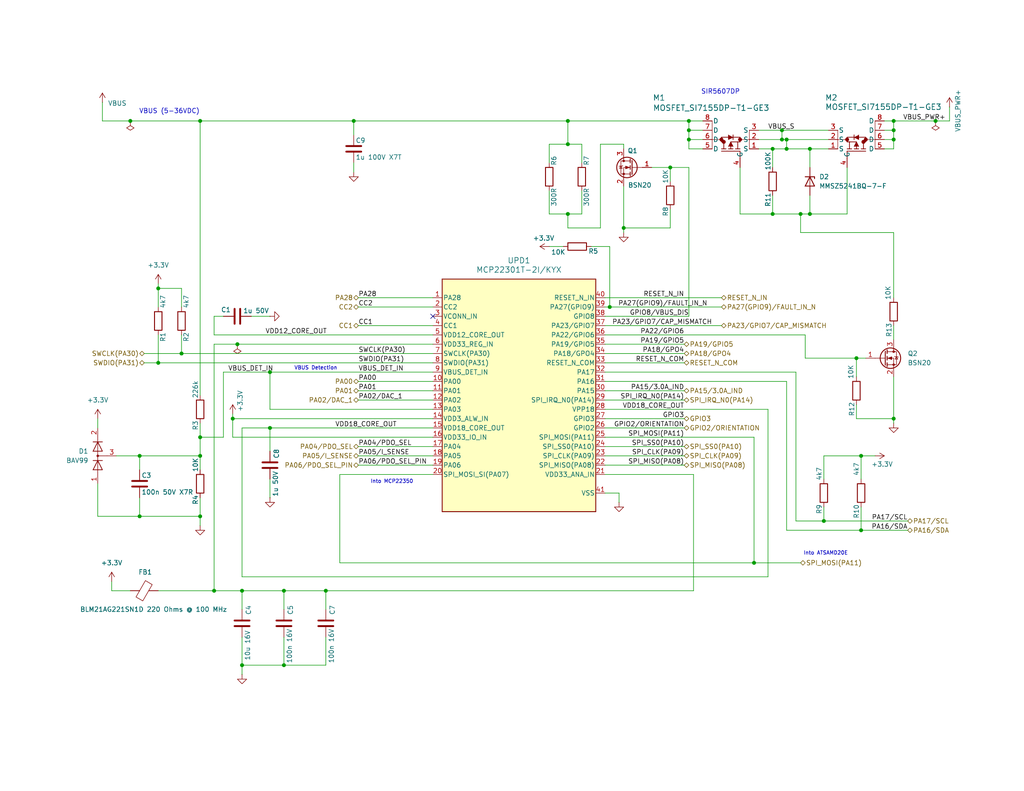
<source format=kicad_sch>
(kicad_sch (version 20231120) (generator "eeschema") (generator_version "8.0")
  (paper "USLetter")
  (title_block (title "USBPD_Board") (date "2025-10-28") (rev "A") (company "Peter Hancak"))
  (lib_symbols
    (symbol "Device:C" (pin_numbers hide) (pin_names (offset 0.254))
      (property "Reference" "C" (at 0.635 2.54 0))
      (property "Value" "C" (at 0.635 -2.54 0))
      (symbol "C_0_1"
        (polyline (pts (xy -2.032 -0.762) (xy 2.032 -0.762)) (stroke (width 0.508)))
        (polyline (pts (xy -2.032 0.762) (xy 2.032 0.762)) (stroke (width 0.508)))
      )
      (symbol "C_1_1"
        (pin passive line (at 0 3.81 270) (length 2.794) (name "~") (number "1"))
        (pin passive line (at 0 -3.81 90) (length 2.794) (name "~") (number "2"))
      )
    )
    (symbol "Device:D_Zener" (pin_numbers hide) (pin_names (offset 1.016) hide)
      (property "Reference" "D" (at 0 2.54 0))
      (property "Value" "D_Zener" (at 0 -2.54 0))
      (symbol "D_Zener_0_1"
        (polyline (pts (xy 1.27 0) (xy -1.27 0)))
        (polyline (pts (xy -1.27 -1.27) (xy -1.27 1.27) (xy -0.762 1.27)) (stroke (width 0.254)))
        (polyline (pts (xy 1.27 -1.27) (xy 1.27 1.27) (xy -1.27 0) (xy 1.27 -1.27)) (stroke (width 0.254)))
      )
      (symbol "D_Zener_1_1"
        (pin passive line (at -3.81 0 0) (length 2.54) (name "K") (number "1"))
        (pin passive line (at 3.81 0 180) (length 2.54) (name "A") (number "2"))
      )
    )
    (symbol "Device:FerriteBead" (pin_numbers hide) (pin_names (offset 0))
      (property "Reference" "FB" (at -3.81 0.635 90))
      (property "Value" "FerriteBead" (at 3.81 0 90))
      (symbol "FerriteBead_0_1"
        (polyline (pts (xy 0 -1.27) (xy 0 -1.2192)))
        (polyline (pts (xy 0 1.27) (xy 0 1.2954)))
        (polyline (pts (xy -2.7686 0.4064) (xy -1.7018 2.2606) (xy 2.7686 -0.3048) (xy 1.6764 -2.159) (xy -2.7686 0.4064)))
      )
      (symbol "FerriteBead_1_1"
        (pin passive line (at 0 3.81 270) (length 2.54) (name "~") (number "1"))
        (pin passive line (at 0 -3.81 90) (length 2.54) (name "~") (number "2"))
      )
    )
    (symbol "Device:R" (pin_numbers hide) (pin_names (offset 0))
      (property "Reference" "R" (at 2.032 0 90))
      (property "Value" "R" (at 0 0 90))
      (symbol "R_0_1"
        (rectangle (start -1.016 -2.54) (end 1.016 2.54) (stroke (width 0.254)))
      )
      (symbol "R_1_1"
        (pin passive line (at 0 3.81 270) (length 1.27) (name "~") (number "1"))
        (pin passive line (at 0 -3.81 90) (length 1.27) (name "~") (number "2"))
      )
    )
    (symbol "Diode:BAV99" (pin_names hide)
      (property "Reference" "D" (at 0 5.08 0))
      (property "Value" "BAV99" (at 0 2.54 0))
      (symbol "BAV99_0_1"
        (polyline (pts (xy -5.08 0) (xy 5.08 0)))
      )
      (symbol "BAV99_1_1"
        (polyline (pts (xy 0 0) (xy 0 -2.54)))
        (polyline (pts (xy -1.27 -1.27) (xy -1.27 1.27) (xy -1.27 1.27)) (stroke (width 0.2032)))
        (polyline (pts (xy 3.81 1.27) (xy 3.81 -1.27) (xy 3.81 -1.27)) (stroke (width 0.2032)))
        (polyline (pts (xy -3.81 1.27) (xy -1.27 0) (xy -3.81 -1.27) (xy -3.81 1.27) (xy -3.81 1.27) (xy -3.81 1.27)) (stroke (width 0.2032)))
        (polyline (pts (xy 1.27 1.27) (xy 3.81 0) (xy 1.27 -1.27) (xy 1.27 1.27) (xy 1.27 1.27) (xy 1.27 1.27)) (stroke (width 0.2032)))
        (circle (center 0 0) (radius 0.254) (fill (type outline)))
        (pin passive line (at -7.62 0 0) (length 2.54) (name "K") (number "1"))
        (pin passive line (at 7.62 0 180) (length 2.54) (name "A") (number "2"))
        (pin passive line (at 0 -5.08 90) (length 2.54) (name "K") (number "3"))
      )
    )
    (symbol "Personal_Projects:MOSFET_SI7155DP-T1-GE3" (pin_names (offset 0.254))
      (property "Reference" "M" (at 15.748 3.81 0))
      (property "Value" "MOSFET_SI7155DP-T1-GE3" (at 30.734 1.524 0))
      (symbol "MOSFET_SI7155DP-T1-GE3_0_1"
        (polyline (pts (xy 2.54 -5.08) (xy 4.445 -5.08)) (stroke (width 0.2032)))
        (polyline (pts (xy 4.445 0) (xy 4.445 -5.08)) (stroke (width 0.2032)))
        (polyline (pts (xy 5.08 -7.62) (xy 10.16 -7.62)) (stroke (width 0.127)))
        (polyline (pts (xy 5.08 -4.445) (xy 6.985 -4.445)) (stroke (width 0.2032)))
        (polyline (pts (xy 5.08 -3.81) (xy 5.08 -5.08)) (stroke (width 0.2032)))
        (polyline (pts (xy 5.08 -1.905) (xy 5.08 -3.175)) (stroke (width 0.2032)))
        (polyline (pts (xy 5.08 -0.635) (xy 6.985 -0.635)) (stroke (width 0.2032)))
        (polyline (pts (xy 5.08 0) (xy 5.08 -1.27)) (stroke (width 0.2032)))
        (polyline (pts (xy 5.08 2.54) (xy 12.7 2.54)) (stroke (width 0.127)))
        (polyline (pts (xy 5.715 -2.54) (xy 5.08 -2.54)) (stroke (width 0.2032)))
        (polyline (pts (xy 6.985 -5.08) (xy 8.255 -5.08)) (stroke (width 0.2032)))
        (polyline (pts (xy 6.985 -4.445) (xy 6.985 -5.08)) (stroke (width 0.2032)))
        (polyline (pts (xy 6.985 -4.445) (xy 6.985 -2.54)) (stroke (width 0.2032)))
        (polyline (pts (xy 6.985 0) (xy 8.255 0)) (stroke (width 0.2032)))
        (polyline (pts (xy 7.0104 -0.635) (xy 6.985 0)) (stroke (width 0.127)))
        (polyline (pts (xy 7.62 -7.62) (xy 7.62 -5.08)) (stroke (width 0.127)))
        (polyline (pts (xy 7.62 2.54) (xy 7.6454 0)) (stroke (width 0.127)))
        (polyline (pts (xy 8.255 -3.175) (xy 8.255 -5.08)) (stroke (width 0.2032)))
        (polyline (pts (xy 8.255 0) (xy 8.255 -1.905)) (stroke (width 0.2032)))
        (polyline (pts (xy 8.89 -3.175) (xy 7.62 -3.175)) (stroke (width 0.2032)))
        (polyline (pts (xy 5.715 -3.175) (xy 6.985 -2.54) (xy 5.715 -1.905)) (fill (type outline)))
        (polyline (pts (xy 8.89 -1.905) (xy 7.62 -1.905) (xy 8.255 -3.175)) (fill (type outline)))
        (circle (center 6.985 -0.635) (radius 0.0254) (stroke (width 0.508)))
        (circle (center 7.62 -5.08) (radius 0.0254) (stroke (width 0.508)))
        (circle (center 7.62 0) (radius 0.0254) (stroke (width 0.508)))
        (pin passive line (at 5.08 -10.16 90) (length 2.54) (name "S") (number "1"))
        (pin passive line (at 7.62 -10.16 90) (length 2.54) (name "S") (number "2"))
        (pin passive line (at 10.16 -10.16 90) (length 2.54) (name "S") (number "3"))
        (pin passive line (at 0 -5.08 0) (length 2.54) (name "G") (number "4"))
        (pin passive line (at 5.08 5.08 270) (length 2.54) (name "D") (number "5"))
        (pin passive line (at 7.62 5.08 270) (length 2.54) (name "D") (number "6"))
        (pin passive line (at 10.16 5.08 270) (length 2.54) (name "D") (number "7"))
        (pin passive line (at 12.7 5.08 270) (length 2.54) (name "D") (number "8"))
      )
    )
    (symbol "Personal_Projects:USB_PD_MCP22301T-2I_KYX" (pin_names (offset 0.254))
      (property "Reference" "UPD" (at 46.99 10.16 0))
      (property "Value" "MCP22301T-2I/KYX" (at 55.88 7.62 0))
      (symbol "USB_PD_MCP22301T-2I_KYX_0_1"
        (rectangle (start 2.54 5.08) (end 44.45 -58.42) (stroke (width 0.254)) (fill (type background)))
        (pin bidirectional line (at 0 0 0) (length 2.54) (name "PA28") (number "1"))
        (pin bidirectional line (at 0 -22.86 0) (length 2.54) (name "PA00") (number "10"))
        (pin bidirectional line (at 0 -25.4 0) (length 2.54) (name "PA01") (number "11"))
        (pin bidirectional line (at 0 -27.94 0) (length 2.54) (name "PA02") (number "12"))
        (pin bidirectional line (at 0 -30.48 0) (length 2.54) (name "PA03") (number "13"))
        (pin power_in line (at 0 -33.02 0) (length 2.54) (name "VDD3_ALW_IN") (number "14"))
        (pin power_out line (at 0 -35.56 0) (length 2.54) (name "VDD18_CORE_OUT") (number "15"))
        (pin power_in line (at 0 -38.1 0) (length 2.54) (name "VDD33_IO_IN") (number "16"))
        (pin bidirectional line (at 0 -40.64 0) (length 2.54) (name "PA04") (number "17"))
        (pin bidirectional line (at 0 -43.18 0) (length 2.54) (name "PA05") (number "18"))
        (pin bidirectional line (at 0 -45.72 0) (length 2.54) (name "PA06") (number "19"))
        (pin passive line (at 0 -2.54 0) (length 2.54) (name "CC2") (number "2"))
        (pin bidirectional line (at 0 -48.26 0) (length 2.54) (name "SPI_MOSI_SI(PA07)") (number "20"))
        (pin power_in line (at 46.99 -48.26 180) (length 2.54) (name "VDD33_ANA_IN") (number "21"))
        (pin bidirectional line (at 46.99 -45.72 180) (length 2.54) (name "SPI_MISO(PA08)") (number "22"))
        (pin bidirectional line (at 46.99 -43.18 180) (length 2.54) (name "SPI_CLK(PA09)") (number "23"))
        (pin bidirectional line (at 46.99 -40.64 180) (length 2.54) (name "SPI_SS0(PA10)") (number "24"))
        (pin bidirectional line (at 46.99 -38.1 180) (length 2.54) (name "SPI_MOSI(PA11)") (number "25"))
        (pin bidirectional line (at 46.99 -35.56 180) (length 2.54) (name "GPIO2") (number "26"))
        (pin bidirectional line (at 46.99 -33.02 180) (length 2.54) (name "GPIO3") (number "27"))
        (pin power_in line (at 46.99 -30.48 180) (length 2.54) (name "VPP18") (number "28"))
        (pin bidirectional line (at 46.99 -27.94 180) (length 2.54) (name "SPI_IRQ_N0(PA14)") (number "29"))
        (pin power_in line (at 0 -5.08 0) (length 2.54) (name "VCONN_IN") (number "3"))
        (pin bidirectional line (at 46.99 -25.4 180) (length 2.54) (name "PA15") (number "30"))
        (pin bidirectional line (at 46.99 -22.86 180) (length 2.54) (name "PA16") (number "31"))
        (pin bidirectional line (at 46.99 -20.32 180) (length 2.54) (name "PA17") (number "32"))
        (pin input line (at 46.99 -17.78 180) (length 2.54) (name "RESET_N_COM") (number "33"))
        (pin bidirectional line (at 46.99 -15.24 180) (length 2.54) (name "PA18/GPO4") (number "34"))
        (pin bidirectional line (at 46.99 -12.7 180) (length 2.54) (name "PA19/GPIO5") (number "35"))
        (pin bidirectional line (at 46.99 -10.16 180) (length 2.54) (name "PA22/GPIO6") (number "36"))
        (pin bidirectional line (at 46.99 -7.62 180) (length 2.54) (name "PA23/GPIO7") (number "37"))
        (pin bidirectional line (at 46.99 -5.08 180) (length 2.54) (name "GPIO8") (number "38"))
        (pin bidirectional line (at 46.99 -2.54 180) (length 2.54) (name "PA27(GPIO9)") (number "39"))
        (pin passive line (at 0 -7.62 0) (length 2.54) (name "CC1") (number "4"))
        (pin input line (at 46.99 0 180) (length 2.54) (name "RESET_N_IN") (number "40"))
        (pin power_out line (at 46.99 -53.34 180) (length 2.54) (name "VSS") (number "41"))
        (pin power_out line (at 0 -10.16 0) (length 2.54) (name "VDD12_CORE_OUT") (number "5"))
        (pin power_in line (at 0 -12.7 0) (length 2.54) (name "VDD33_REG_IN") (number "6"))
        (pin bidirectional line (at 0 -15.24 0) (length 2.54) (name "SWCLK(PA30)") (number "7"))
        (pin bidirectional line (at 0 -17.78 0) (length 2.54) (name "SWDIO(PA31)") (number "8"))
        (pin passive line (at 0 -20.32 0) (length 2.54) (name "VBUS_DET_IN") (number "9"))
      )
    )
    (symbol "Transistor_FET:BSN20" (pin_names hide)
      (property "Reference" "Q" (at 5.08 1.905 0))
      (property "Value" "BSN20" (at 5.08 0 0))
      (symbol "BSN20_0_1"
        (polyline (pts (xy 0.254 0) (xy -2.54 0)))
        (polyline (pts (xy 0.254 1.905) (xy 0.254 -1.905)) (stroke (width 0.254)))
        (polyline (pts (xy 0.762 -1.27) (xy 0.762 -2.286)) (stroke (width 0.254)))
        (polyline (pts (xy 0.762 0.508) (xy 0.762 -0.508)) (stroke (width 0.254)))
        (polyline (pts (xy 0.762 2.286) (xy 0.762 1.27)) (stroke (width 0.254)))
        (polyline (pts (xy 2.54 2.54) (xy 2.54 1.778)))
        (polyline (pts (xy 2.54 -2.54) (xy 2.54 0) (xy 0.762 0)))
        (polyline (pts (xy 0.762 -1.778) (xy 3.302 -1.778) (xy 3.302 1.778) (xy 0.762 1.778)))
        (polyline (pts (xy 1.016 0) (xy 2.032 0.381) (xy 2.032 -0.381) (xy 1.016 0)) (fill (type outline)))
        (polyline (pts (xy 2.794 0.508) (xy 2.921 0.381) (xy 3.683 0.381) (xy 3.81 0.254)))
        (polyline (pts (xy 3.302 0.381) (xy 2.921 -0.254) (xy 3.683 -0.254) (xy 3.302 0.381)))
        (circle (center 1.651 0) (radius 2.794) (stroke (width 0.254)))
        (circle (center 2.54 -1.778) (radius 0.254) (fill (type outline)))
        (circle (center 2.54 1.778) (radius 0.254) (fill (type outline)))
      )
      (symbol "BSN20_1_1"
        (pin input line (at -5.08 0 0) (length 2.54) (name "G") (number "1"))
        (pin passive line (at 2.54 -5.08 90) (length 2.54) (name "S") (number "2"))
        (pin passive line (at 2.54 5.08 270) (length 2.54) (name "D") (number "3"))
      )
    )
    (symbol "power:+3.3V" (power) (pin_numbers hide) (pin_names (offset 0) hide)
      (property "Value" "+3.3V" (at 0 3.556 0))
      (symbol "+3.3V_0_1"
        (polyline (pts (xy -0.762 1.27) (xy 0 2.54)))
        (polyline (pts (xy 0 0) (xy 0 2.54)))
        (polyline (pts (xy 0 2.54) (xy 0.762 1.27)))
      )
      (symbol "+3.3V_1_1"
        (pin power_in line (at 0 0 90) (length 0) (name "~") (number "1"))
      )
    )
    (symbol "power:GND" (power) (pin_numbers hide) (pin_names (offset 0) hide)
      (property "Value" "GND" (at 0 -3.81 0))
      (symbol "GND_0_1"
        (polyline (pts (xy 0 0) (xy 0 -1.27) (xy 1.27 -1.27) (xy 0 -2.54) (xy -1.27 -1.27) (xy 0 -1.27)))
      )
      (symbol "GND_1_1"
        (pin power_in line (at 0 0 270) (length 0) (name "~") (number "1"))
      )
    )
    (symbol "power:PWR_FLAG" (power) (pin_numbers hide) (pin_names (offset 0) hide)
      (property "Value" "PWR_FLAG" (at 0 3.81 0))
      (symbol "PWR_FLAG_0_0"
        (pin power_out line (at 0 0 90) (length 0) (name "~") (number "1"))
      )
      (symbol "PWR_FLAG_0_1"
        (polyline (pts (xy 0 0) (xy 0 1.27) (xy -1.016 1.905) (xy 0 2.54) (xy 1.016 1.905) (xy 0 1.27)))
      )
    )
  )
  (junction (at 220.98 40.64))
  (junction (at 218.44 58.42))
  (junction (at 255.27 33.02))
  (junction (at 182.88 45.72))
  (junction (at 187.96 33.02))
  (junction (at 54.61 140.97))
  (junction (at 73.66 116.84))
  (junction (at 38.1 140.97))
  (junction (at 66.04 181.61))
  (junction (at 243.84 38.1))
  (junction (at 210.82 58.42))
  (junction (at 54.61 124.46))
  (junction (at 154.94 39.37))
  (junction (at 154.94 33.02))
  (junction (at 213.36 35.56))
  (junction (at 38.1 124.46))
  (junction (at 234.95 144.78))
  (junction (at 243.84 33.02))
  (junction (at 234.95 124.46))
  (junction (at 63.5 114.3))
  (junction (at 187.96 38.1))
  (junction (at 170.18 62.23))
  (junction (at 88.9 161.29))
  (junction (at 220.98 58.42))
  (junction (at 96.52 33.02))
  (junction (at 214.63 40.64))
  (junction (at 77.47 161.29))
  (junction (at 58.42 161.29))
  (junction (at 214.63 38.1))
  (junction (at 243.84 114.3))
  (junction (at 166.37 83.82))
  (junction (at 233.68 97.79))
  (junction (at 210.82 40.64))
  (junction (at 43.18 78.74))
  (junction (at 54.61 33.02))
  (junction (at 154.94 58.42))
  (junction (at 64.77 93.98))
  (junction (at 187.96 35.56))
  (junction (at 243.84 35.56))
  (junction (at 73.66 101.6))
  (junction (at 49.53 96.52))
  (junction (at 43.18 99.06))
  (junction (at 66.04 161.29))
  (junction (at 224.79 142.24))
  (junction (at 35.56 33.02))
  (junction (at 213.36 38.1))
  (junction (at 54.61 119.38))
  (junction (at 205.74 153.67))
  (junction (at 77.47 181.61))
  (no_connect (at 118.11 86.36))
  (wire (pts (xy 88.9 161.29) (xy 189.23 161.29)))
  (wire (pts (xy 241.3 40.64) (xy 243.84 40.64)))
  (wire (pts (xy 234.95 144.78) (xy 247.65 144.78)))
  (wire (pts (xy 170.18 63.5) (xy 170.18 62.23)))
  (wire (pts (xy 177.8 45.72) (xy 182.88 45.72)))
  (wire (pts (xy 187.96 38.1) (xy 187.96 35.56)))
  (wire (pts (xy 96.52 33.02) (xy 154.94 33.02)))
  (wire (pts (xy 43.18 99.06) (xy 118.11 99.06)))
  (wire (pts (xy 224.79 124.46) (xy 224.79 130.81)))
  (wire (pts (xy 149.86 58.42) (xy 154.94 58.42)))
  (wire (pts (xy 163.83 62.23) (xy 154.94 62.23)))
  (wire (pts (xy 27.94 33.02) (xy 35.56 33.02)))
  (wire (pts (xy 158.75 39.37) (xy 154.94 39.37)))
  (wire (pts (xy 170.18 62.23) (xy 170.18 50.8)))
  (wire (pts (xy 54.61 33.02) (xy 96.52 33.02)))
  (wire (pts (xy 165.1 104.14) (xy 214.63 104.14)))
  (wire (pts (xy 77.47 161.29) (xy 88.9 161.29)))
  (wire (pts (xy 187.96 35.56) (xy 191.77 35.56)))
  (wire (pts (xy 96.52 44.45) (xy 96.52 46.99)))
  (wire (pts (xy 238.76 124.46) (xy 234.95 124.46)))
  (wire (pts (xy 243.84 33.02) (xy 255.27 33.02)))
  (wire (pts (xy 165.1 116.84) (xy 186.69 116.84)))
  (wire (pts (xy 241.3 33.02) (xy 243.84 33.02)))
  (wire (pts (xy 233.68 110.49) (xy 233.68 114.3)))
  (wire (pts (xy 166.37 67.31) (xy 161.29 67.31)))
  (wire (pts (xy 97.79 127) (xy 118.11 127)))
  (wire (pts (xy 58.42 93.98) (xy 64.77 93.98)))
  (wire (pts (xy 234.95 124.46) (xy 234.95 130.81)))
  (wire (pts (xy 214.63 144.78) (xy 214.63 104.14)))
  (wire (pts (xy 77.47 161.29) (xy 77.47 166.37)))
  (wire (pts (xy 66.04 116.84) (xy 66.04 157.48)))
  (wire (pts (xy 165.1 101.6) (xy 217.17 101.6)))
  (wire (pts (xy 31.75 124.46) (xy 38.1 124.46)))
  (wire (pts (xy 165.1 124.46) (xy 186.69 124.46)))
  (wire (pts (xy 220.98 58.42) (xy 231.14 58.42)))
  (wire (pts (xy 224.79 142.24) (xy 247.65 142.24)))
  (wire (pts (xy 30.48 158.75) (xy 30.48 161.29)))
  (wire (pts (xy 207.01 35.56) (xy 213.36 35.56)))
  (wire (pts (xy 73.66 116.84) (xy 73.66 123.19)))
  (wire (pts (xy 259.08 29.21) (xy 259.08 33.02)))
  (wire (pts (xy 58.42 86.36) (xy 60.96 86.36)))
  (wire (pts (xy 38.1 140.97) (xy 26.67 140.97)))
  (wire (pts (xy 54.61 119.38) (xy 60.96 119.38)))
  (wire (pts (xy 73.66 130.81) (xy 73.66 135.89)))
  (wire (pts (xy 220.98 40.64) (xy 220.98 45.72)))
  (wire (pts (xy 210.82 40.64) (xy 210.82 45.72)))
  (wire (pts (xy 165.1 121.92) (xy 186.69 121.92)))
  (wire (pts (xy 214.63 38.1) (xy 214.63 40.64)))
  (wire (pts (xy 64.77 93.98) (xy 118.11 93.98)))
  (wire (pts (xy 231.14 58.42) (xy 231.14 45.72)))
  (wire (pts (xy 243.84 63.5) (xy 243.84 81.28)))
  (wire (pts (xy 63.5 114.3) (xy 63.5 113.03)))
  (wire (pts (xy 38.1 124.46) (xy 54.61 124.46)))
  (wire (pts (xy 63.5 114.3) (xy 118.11 114.3)))
  (wire (pts (xy 88.9 181.61) (xy 77.47 181.61)))
  (wire (pts (xy 214.63 38.1) (xy 226.06 38.1)))
  (wire (pts (xy 209.55 157.48) (xy 209.55 111.76)))
  (wire (pts (xy 49.53 83.82) (xy 49.53 78.74)))
  (wire (pts (xy 77.47 181.61) (xy 66.04 181.61)))
  (wire (pts (xy 54.61 124.46) (xy 54.61 128.27)))
  (wire (pts (xy 158.75 52.07) (xy 158.75 58.42)))
  (wire (pts (xy 60.96 101.6) (xy 73.66 101.6)))
  (wire (pts (xy 149.86 39.37) (xy 149.86 44.45)))
  (wire (pts (xy 165.1 127) (xy 186.69 127)))
  (wire (pts (xy 182.88 62.23) (xy 170.18 62.23)))
  (wire (pts (xy 165.1 81.28) (xy 196.85 81.28)))
  (wire (pts (xy 207.01 40.64) (xy 210.82 40.64)))
  (wire (pts (xy 38.1 124.46) (xy 38.1 128.27)))
  (wire (pts (xy 149.86 67.31) (xy 153.67 67.31)))
  (wire (pts (xy 165.1 93.98) (xy 186.69 93.98)))
  (wire (pts (xy 243.84 35.56) (xy 243.84 33.02)))
  (wire (pts (xy 58.42 93.98) (xy 58.42 161.29)))
  (wire (pts (xy 187.96 86.36) (xy 187.96 45.72)))
  (wire (pts (xy 92.71 129.54) (xy 92.71 153.67)))
  (wire (pts (xy 236.22 97.79) (xy 233.68 97.79)))
  (wire (pts (xy 54.61 140.97) (xy 38.1 140.97)))
  (wire (pts (xy 26.67 140.97) (xy 26.67 132.08)))
  (wire (pts (xy 97.79 109.22) (xy 118.11 109.22)))
  (wire (pts (xy 97.79 81.28) (xy 118.11 81.28)))
  (wire (pts (xy 255.27 33.02) (xy 259.08 33.02)))
  (wire (pts (xy 224.79 138.43) (xy 224.79 142.24)))
  (wire (pts (xy 165.1 86.36) (xy 187.96 86.36)))
  (wire (pts (xy 165.1 106.68) (xy 186.69 106.68)))
  (wire (pts (xy 149.86 52.07) (xy 149.86 58.42)))
  (wire (pts (xy 58.42 86.36) (xy 58.42 91.44)))
  (wire (pts (xy 97.79 124.46) (xy 118.11 124.46)))
  (wire (pts (xy 158.75 44.45) (xy 158.75 39.37)))
  (wire (pts (xy 58.42 161.29) (xy 66.04 161.29)))
  (wire (pts (xy 201.93 45.72) (xy 201.93 58.42)))
  (wire (pts (xy 66.04 181.61) (xy 66.04 184.15)))
  (wire (pts (xy 220.98 53.34) (xy 220.98 58.42)))
  (wire (pts (xy 88.9 173.99) (xy 88.9 181.61)))
  (wire (pts (xy 73.66 111.76) (xy 73.66 101.6)))
  (wire (pts (xy 43.18 77.47) (xy 43.18 78.74)))
  (wire (pts (xy 187.96 33.02) (xy 191.77 33.02)))
  (wire (pts (xy 154.94 39.37) (xy 149.86 39.37)))
  (wire (pts (xy 214.63 38.1) (xy 213.36 38.1)))
  (wire (pts (xy 224.79 124.46) (xy 234.95 124.46)))
  (wire (pts (xy 165.1 129.54) (xy 189.23 129.54)))
  (wire (pts (xy 54.61 115.57) (xy 54.61 119.38)))
  (wire (pts (xy 214.63 40.64) (xy 220.98 40.64)))
  (wire (pts (xy 217.17 142.24) (xy 217.17 101.6)))
  (wire (pts (xy 168.91 137.16) (xy 168.91 134.62)))
  (wire (pts (xy 96.52 33.02) (xy 96.52 36.83)))
  (wire (pts (xy 243.84 114.3) (xy 243.84 115.57)))
  (wire (pts (xy 166.37 83.82) (xy 196.85 83.82)))
  (wire (pts (xy 219.71 97.79) (xy 233.68 97.79)))
  (wire (pts (xy 182.88 45.72) (xy 182.88 49.53)))
  (wire (pts (xy 49.53 96.52) (xy 118.11 96.52)))
  (wire (pts (xy 187.96 45.72) (xy 182.88 45.72)))
  (wire (pts (xy 97.79 88.9) (xy 118.11 88.9)))
  (wire (pts (xy 170.18 39.37) (xy 170.18 40.64)))
  (wire (pts (xy 218.44 58.42) (xy 220.98 58.42)))
  (wire (pts (xy 54.61 119.38) (xy 54.61 124.46)))
  (wire (pts (xy 165.1 109.22) (xy 186.69 109.22)))
  (wire (pts (xy 60.96 119.38) (xy 60.96 101.6)))
  (wire (pts (xy 166.37 67.31) (xy 166.37 83.82)))
  (wire (pts (xy 66.04 157.48) (xy 209.55 157.48)))
  (wire (pts (xy 35.56 33.02) (xy 54.61 33.02)))
  (wire (pts (xy 163.83 39.37) (xy 163.83 62.23)))
  (wire (pts (xy 213.36 35.56) (xy 213.36 38.1)))
  (wire (pts (xy 165.1 96.52) (xy 186.69 96.52)))
  (wire (pts (xy 243.84 102.87) (xy 243.84 114.3)))
  (wire (pts (xy 30.48 161.29) (xy 35.56 161.29)))
  (wire (pts (xy 241.3 35.56) (xy 243.84 35.56)))
  (wire (pts (xy 49.53 91.44) (xy 49.53 96.52)))
  (wire (pts (xy 234.95 138.43) (xy 234.95 144.78)))
  (wire (pts (xy 187.96 38.1) (xy 191.77 38.1)))
  (wire (pts (xy 191.77 40.64) (xy 187.96 40.64)))
  (wire (pts (xy 154.94 62.23) (xy 154.94 58.42)))
  (wire (pts (xy 38.1 135.89) (xy 38.1 140.97)))
  (wire (pts (xy 214.63 144.78) (xy 234.95 144.78)))
  (wire (pts (xy 201.93 58.42) (xy 210.82 58.42)))
  (wire (pts (xy 73.66 116.84) (xy 118.11 116.84)))
  (wire (pts (xy 165.1 83.82) (xy 166.37 83.82)))
  (wire (pts (xy 241.3 38.1) (xy 243.84 38.1)))
  (wire (pts (xy 163.83 39.37) (xy 170.18 39.37)))
  (wire (pts (xy 219.71 91.44) (xy 165.1 91.44)))
  (wire (pts (xy 210.82 40.64) (xy 214.63 40.64)))
  (wire (pts (xy 97.79 106.68) (xy 118.11 106.68)))
  (wire (pts (xy 66.04 173.99) (xy 66.04 181.61)))
  (wire (pts (xy 54.61 140.97) (xy 54.61 143.51)))
  (wire (pts (xy 243.84 40.64) (xy 243.84 38.1)))
  (wire (pts (xy 68.58 86.36) (xy 73.66 86.36)))
  (wire (pts (xy 165.1 88.9) (xy 196.85 88.9)))
  (wire (pts (xy 43.18 91.44) (xy 43.18 99.06)))
  (wire (pts (xy 73.66 101.6) (xy 118.11 101.6)))
  (wire (pts (xy 77.47 173.99) (xy 77.47 181.61)))
  (wire (pts (xy 187.96 35.56) (xy 187.96 33.02)))
  (wire (pts (xy 218.44 63.5) (xy 243.84 63.5)))
  (wire (pts (xy 54.61 33.02) (xy 54.61 107.95)))
  (wire (pts (xy 39.37 96.52) (xy 49.53 96.52)))
  (wire (pts (xy 43.18 161.29) (xy 58.42 161.29)))
  (wire (pts (xy 88.9 161.29) (xy 88.9 166.37)))
  (wire (pts (xy 97.79 83.82) (xy 118.11 83.82)))
  (wire (pts (xy 233.68 102.87) (xy 233.68 97.79)))
  (wire (pts (xy 154.94 33.02) (xy 187.96 33.02)))
  (wire (pts (xy 43.18 78.74) (xy 49.53 78.74)))
  (wire (pts (xy 220.98 40.64) (xy 226.06 40.64)))
  (wire (pts (xy 165.1 99.06) (xy 186.69 99.06)))
  (wire (pts (xy 210.82 53.34) (xy 210.82 58.42)))
  (wire (pts (xy 168.91 134.62) (xy 165.1 134.62)))
  (wire (pts (xy 233.68 114.3) (xy 243.84 114.3)))
  (wire (pts (xy 219.71 97.79) (xy 219.71 91.44)))
  (wire (pts (xy 165.1 114.3) (xy 186.69 114.3)))
  (wire (pts (xy 73.66 111.76) (xy 118.11 111.76)))
  (wire (pts (xy 66.04 161.29) (xy 77.47 161.29)))
  (wire (pts (xy 187.96 40.64) (xy 187.96 38.1)))
  (wire (pts (xy 63.5 119.38) (xy 118.11 119.38)))
  (wire (pts (xy 207.01 38.1) (xy 213.36 38.1)))
  (wire (pts (xy 217.17 142.24) (xy 224.79 142.24)))
  (wire (pts (xy 218.44 63.5) (xy 218.44 58.42)))
  (wire (pts (xy 165.1 111.76) (xy 209.55 111.76)))
  (wire (pts (xy 97.79 121.92) (xy 118.11 121.92)))
  (wire (pts (xy 165.1 119.38) (xy 205.74 119.38)))
  (wire (pts (xy 26.67 114.3) (xy 26.67 116.84)))
  (wire (pts (xy 182.88 57.15) (xy 182.88 62.23)))
  (wire (pts (xy 210.82 58.42) (xy 218.44 58.42)))
  (wire (pts (xy 58.42 91.44) (xy 118.11 91.44)))
  (wire (pts (xy 154.94 58.42) (xy 158.75 58.42)))
  (wire (pts (xy 66.04 161.29) (xy 66.04 166.37)))
  (wire (pts (xy 63.5 119.38) (xy 63.5 114.3)))
  (wire (pts (xy 54.61 135.89) (xy 54.61 140.97)))
  (wire (pts (xy 205.74 153.67) (xy 218.44 153.67)))
  (wire (pts (xy 97.79 104.14) (xy 118.11 104.14)))
  (wire (pts (xy 92.71 153.67) (xy 205.74 153.67)))
  (wire (pts (xy 243.84 38.1) (xy 243.84 35.56)))
  (wire (pts (xy 73.66 116.84) (xy 66.04 116.84)))
  (wire (pts (xy 154.94 33.02) (xy 154.94 39.37)))
  (wire (pts (xy 213.36 35.56) (xy 226.06 35.56)))
  (wire (pts (xy 243.84 88.9) (xy 243.84 92.71)))
  (wire (pts (xy 189.23 129.54) (xy 189.23 161.29)))
  (wire (pts (xy 205.74 153.67) (xy 205.74 119.38)))
  (wire (pts (xy 92.71 129.54) (xy 118.11 129.54)))
  (wire (pts (xy 43.18 78.74) (xy 43.18 83.82)))
  (wire (pts (xy 27.94 27.94) (xy 27.94 33.02)))
  (wire (pts (xy 39.37 99.06) (xy 43.18 99.06)))
  (text_box "Notes:\n- The I2C interface is set up on the ATSAMD20E mcu which is a part oof this IC. I2C is setup through SERCOM where PAD[0] is SDA, PAD[1] is SCL.\n\n- VDD12_CORE_OUT P +1.2V core power supply output. This signal must be connected to a 1uF capacitor to ground for proper operation. (VDDCORE in SAMD20)\n- CAP_MISMATCH = \"Charger Capability Mismatch Detected\". It is an interrupt/status bit that indicates the MCP22301 has detected a mismatch between the charging capability of the USB port and the device's advertised charging requirements.\n\n- The FAULT_IN_N pin on the MCP22301 is part of its power switch / USB current-limiting protection circuitry.\n  Type: Active-low input (_N means active low).\n  Function: When asserted low, it forces the device into a fault condition. This is typically used to shut down or limit the load current in case of overcurrent, overtemperature, or other fault conditions.\n  Use case: You can connect this pin to an external monitoring circuit or fault signal. If an external condition triggers it (e.g., overcurrent detected downstream), the MCP22301 will disable the downstream FET or limit current, protecting the system.\nBehavior:\nWhen FAULT_IN_N = 0, the device disables the power switch.\nWhen FAULT_IN_N = 1 (or floating if pulled high), normal operation resumes.\n\n- On the MCP22301, the DAC_1 signal refers to one of the digital-to-analog converter outputs that the chip provides.\nKey points:\nDAC_1 is a configurable analog output that can be set via the MCP22301's internal registers over I²C or USB.\nIt allows the chip to output a voltage in the range of 0 V to VDD (typically VDD = 3.3 V or 5 V) based on a digital code you write.\nResolution is usually 8-bit or 10-bit, depending on the chip configuration.\nUse cases:\nGenerating reference voltages for other circuits.\nControlling analog circuitry (e.g., LED dimming, voltage thresholds).\nFeeding into ADCs for calibration or signal simulation.\n\n- On the MCP22301, the ORIENTATION signal is typically related to USB Type-C orientation detection when using the chip in a USB‑C port controller or power delivery context.\nKey points:\nFunction: Indicates the plug orientation of a Type-C connector.\nHigh or Low (or 1/0 logic) tells you whether the CC (Configuration Channel) pins are connected in normal or flipped orientation.\nUse: Helps firmware or the device's USB PD controller route VBUS, CC lines, or data lines correctly depending on how the Type-C plug is inserted.\nBehavior:\nWhen the plug is in one orientation → ORIENTATION = 0\nWhen the plug is flipped → ORIENTATION = 1\nIntegration: Often used with USB muxes, power switches, or load switches to ensure correct power/data routing regardless of plug orientation.\n\n= 3.0A_IND is typically an active-low open-drain indicator that tells your system the upstream port advertises ~3.0 A charging capability (i.e. the detected Rp/port type corresponds to the high-current option). Use notes:\nWhat it means: when asserted (pulled LOW) it signals a 3 A capable host/DFP was detected, so the device may safely request/draw higher charging current. \nMicrochip\n+1\nElectrical interface: it's usually open-drain - add a pull-up (to your MCU/logic VCC, e.g. 3.3 V) and read it as a digital input. The asserted state = LOW (active). \nMicrochip\nHow to use in firmware/hardware: sample it after CC/port detection settles, apply debounce/filtering, and then select appropriate charging current/limits in your charger/BMS. Feed it to your charging-management logic or an interrupt pin on the MCU. \nMicrochip\nNot the same as orientation: it doesn't tell plug flip - use PLUG_ORIENTATION# or a dedicated orientation signal for that. \nMicrochip\nPractical hookup: 3.0A_IND# → series 10-100 kΩ pull-up → MCU input; optional RC (e.g. 10 kΩ + 10-100 nF) for debouncing." (at -2.54 217.17 0) (size 113.665 148.59) (stroke (width 0) (type dash)) (effects (font (size 1 1)) (justify left top)))
  (text "SIR5607DP" (at 196.596 25.146 0) (effects (font (size 1.27 1.27))))
  (text "VBUS Detection" (at 80.264 100.584 0) (effects (font (size 1 1)) (justify left)))
  (text "VBUS (5-36VDC)" (at 46.228 30.48 0) (effects (font (size 1.27 1.27))))
  (text "Into ATSAMD20E" (at 225.298 151.13 0) (effects (font (size 1 1))))
  (text "Into MCP22350" (at 106.934 131.572 0) (effects (font (size 1 1))))
  (label "SPI_MOSI(PA11)" (at 186.69 119.38 180))
  (label "CC2" (at 97.79 83.82 0))
  (label "PA18/GPO4" (at 186.69 96.52 180))
  (label "PA19/GPIO5" (at 186.69 93.98 180))
  (label "GPIO8{slash}VBUS_DIS" (at 187.96 86.36 180))
  (label "PA00" (at 97.79 104.14 0))
  (label "PA17{slash}SCL" (at 247.65 142.24 180))
  (label "GPIO3" (at 186.69 114.3 180))
  (label "PA23{slash}GPIO7{slash}CAP_MISMATCH" (at 194.31 88.9 180))
  (label "PA05{slash}I_SENSE" (at 97.79 124.46 0))
  (label "SPI_IRQ_N0(PA14)" (at 186.69 109.22 180))
  (label "PA04{slash}PDO_SEL" (at 97.79 121.92 0))
  (label "SWDIO(PA31)" (at 97.79 99.06 0))
  (label "SPI_SS0(PA10)" (at 186.69 121.92 180))
  (label "PA28" (at 97.79 81.28 0))
  (label "PA06{slash}PDO_SEL_PIN" (at 97.79 127 0))
  (label "PA02{slash}DAC_1" (at 97.79 109.22 0))
  (label "GPIO2{slash}ORIENTATION" (at 186.69 116.84 180))
  (label "RESET_N_IN" (at 186.69 81.28 180))
  (label "VDD12_CORE_OUT" (at 72.39 91.44 0))
  (label "SPI_CLK(PA09)" (at 186.69 124.46 180))
  (label "PA16{slash}SDA" (at 247.65 144.78 180))
  (label "SWCLK(PA30)" (at 97.79 96.52 0))
  (label "VBUS_S" (at 209.55 35.56 0))
  (label "VBUS_PWR+" (at 246.38 33.02 0))
  (label "CC1" (at 97.79 88.9 0))
  (label "PA15{slash}3.0A_IND" (at 186.69 106.68 180))
  (label "PA27(GPIO9){slash}FAULT_IN_N" (at 193.04 83.82 180))
  (label "SPI_MISO(PA08)" (at 186.69 127 180))
  (label "VDD18_CORE_OUT" (at 186.69 111.76 180))
  (label "VDD18_CORE_OUT" (at 91.44 116.84 0))
  (label "VBUS_DET_IN" (at 97.79 101.6 0))
  (label "PA01" (at 97.79 106.68 0))
  (label "RESET_N_COM" (at 186.69 99.06 180))
  (label "PA22/GPIO6" (at 186.69 91.44 180))
  (label "VBUS_DET_IN" (at 62.23 101.6 0))
  (hierarchical_label "PA28" (shape bidirectional) (at 97.79 81.28 180))
  (hierarchical_label "PA17{slash}SCL" (shape bidirectional) (at 247.65 142.24 0))
  (hierarchical_label "SPI_CLK(PA09)" (shape bidirectional) (at 186.69 124.46 0))
  (hierarchical_label "GPIO3" (shape bidirectional) (at 186.69 114.3 0))
  (hierarchical_label "PA02{slash}DAC_1" (shape bidirectional) (at 97.79 109.22 180))
  (hierarchical_label "PA05{slash}I_SENSE" (shape bidirectional) (at 97.79 124.46 180))
  (hierarchical_label "SWDIO(PA31)" (shape bidirectional) (at 39.37 99.06 180))
  (hierarchical_label "PA19{slash}GPIO5" (shape bidirectional) (at 186.69 93.98 0))
  (hierarchical_label "PA06{slash}PDO_SEL_PIN" (shape bidirectional) (at 97.79 127 180))
  (hierarchical_label "PA23{slash}GPIO7{slash}CAP_MISMATCH" (shape bidirectional) (at 196.85 88.9 0))
  (hierarchical_label "PA00" (shape bidirectional) (at 97.79 104.14 180))
  (hierarchical_label "CC2" (shape bidirectional) (at 97.79 83.82 180))
  (hierarchical_label "PA15{slash}3.0A_IND" (shape bidirectional) (at 186.69 106.68 0))
  (hierarchical_label "PA04{slash}PDO_SEL" (shape bidirectional) (at 97.79 121.92 180))
  (hierarchical_label "SPI_SS0(PA10)" (shape bidirectional) (at 186.69 121.92 0))
  (hierarchical_label "PA18{slash}GPO4" (shape bidirectional) (at 186.69 96.52 0))
  (hierarchical_label "PA16{slash}SDA" (shape bidirectional) (at 247.65 144.78 0))
  (hierarchical_label "SPI_MISO(PA08)" (shape bidirectional) (at 186.69 127 0))
  (hierarchical_label "SPI_MOSI(PA11)" (shape bidirectional) (at 218.44 153.67 0))
  (hierarchical_label "RESET_N_COM" (shape bidirectional) (at 186.69 99.06 0))
  (hierarchical_label "SWCLK(PA30)" (shape bidirectional) (at 39.37 96.52 180))
  (hierarchical_label "PA27(GPIO9){slash}FAULT_IN_N" (shape bidirectional) (at 196.85 83.82 0))
  (hierarchical_label "SPI_IRQ_N0(PA14)" (shape bidirectional) (at 186.69 109.22 0))
  (hierarchical_label "CC1" (shape bidirectional) (at 97.79 88.9 180))
  (hierarchical_label "GPIO2{slash}ORIENTATION" (shape bidirectional) (at 186.69 116.84 0))
  (hierarchical_label "PA01" (shape bidirectional) (at 97.79 106.68 180))
  (hierarchical_label "RESET_N_IN" (shape bidirectional) (at 196.85 81.28 0))
  (symbol (lib_id "Device:R") (at 54.61 132.08 180) (unit 1)
    (property "Reference" "R4" (at 53.34 135.128 90) (effects (justify left)))
    (property "Value" "10K" (at 53.34 124.968 90) (effects (justify left)))
    (property "Footprint" "Resistor_SMD:R_0805_2012Metric" (effects (hide yes)))
    (property "Description" "Resistor" (effects (hide yes)))
  )
  (symbol (lib_id "power:GND") (at 243.84 115.57 0) (unit 1)
    (property "Reference" "#PWR021" (effects (hide yes)))
    (property "Value" "GND" (effects (hide yes)))
    (property "Description" "Power symbol creates a global label with name \"GND\" , ground" (effects (hide yes)))
  )
  (symbol (lib_id "power:+3.3V") (at 30.48 158.75 0) (mirror y) (unit 1)
    (property "Reference" "#PWR06" (effects (hide yes)))
    (property "Value" "+3.3V" (at 30.48 153.67 0))
    (property "Description" "Power symbol creates a global label with name \"+3.3V\"" (effects (hide yes)))
  )
  (symbol (lib_id "power:GND") (at 73.66 86.36 90) (unit 1)
    (property "Reference" "#PWR01" (effects (hide yes)))
    (property "Value" "GND" (effects (hide yes)))
    (property "Description" "Power symbol creates a global label with name \"GND\" , ground" (effects (hide yes)))
  )
  (symbol (lib_id "Device:R") (at 234.95 134.62 180) (unit 1)
    (property "Reference" "R10" (at 233.68 137.668 90) (effects (justify left)))
    (property "Value" "4k7" (at 233.68 126.238 90) (effects (justify left)))
    (property "Footprint" "Resistor_SMD:R_0805_2012Metric" (effects (hide yes)))
    (property "Description" "Resistor" (effects (hide yes)))
  )
  (symbol (lib_id "power:+3.3V") (at 259.08 29.21 0) (unit 1)
    (property "Reference" "#PWR022" (effects (hide yes)))
    (property "Value" "VBUS_PWR+" (at 261.366 30.226 90))
    (property "Description" "Power symbol creates a global label with name \"+3.3V\"" (effects (hide yes)))
  )
  (symbol (lib_id "Device:FerriteBead") (at 39.37 161.29 90) (unit 1)
    (property "Reference" "FB1" (at 39.624 156.21 90))
    (property "Value" "BLM21AG221SN1D 220 Ohms @ 100 MHz" (at 41.91 166.37 90))
    (property "Footprint" "Capacitor_SMD:C_0805_2012Metric" (effects (hide yes)))
    (property "Description" "Ferrite bead" (effects (hide yes)))
  )
  (symbol (lib_id "power:+3.3V") (at 43.18 77.47 0) (unit 1)
    (property "Reference" "#PWR07" (effects (hide yes)))
    (property "Value" "+3.3V" (at 43.18 72.39 0))
    (property "Description" "Power symbol creates a global label with name \"+3.3V\"" (effects (hide yes)))
  )
  (symbol (lib_id "Device:R") (at 233.68 106.68 180) (unit 1)
    (property "Reference" "R12" (at 232.41 109.728 90) (effects (justify left)))
    (property "Value" "10K" (at 232.156 99.568 90) (effects (justify left)))
    (property "Footprint" "Resistor_SMD:R_0805_2012Metric" (effects (hide yes)))
    (property "Description" "Resistor" (effects (hide yes)))
  )
  (symbol (lib_id "Device:C") (at 96.52 40.64 0) (unit 1)
    (property "Reference" "C9" (at 97.028 38.354 0) (effects (justify left)))
    (property "Value" "1u 100V X7T" (at 97.028 42.926 0) (effects (justify left)))
    (property "Footprint" "Capacitor_SMD:C_0805_2012Metric" (effects (hide yes)))
    (property "Description" "Unpolarized capacitor" (effects (hide yes)))
  )
  (symbol (lib_id "power:+3.3V") (at 63.5 113.03 0) (mirror y) (unit 1)
    (property "Reference" "#PWR014" (effects (hide yes)))
    (property "Value" "+3.3V" (at 65.532 109.474 90))
    (property "Description" "Power symbol creates a global label with name \"+3.3V\"" (effects (hide yes)))
  )
  (symbol (lib_id "power:+3.3V") (at 238.76 124.46 270) (mirror x) (unit 1)
    (property "Reference" "#PWR020" (effects (hide yes)))
    (property "Value" "+3.3V" (at 237.744 126.746 90) (effects (justify left)))
    (property "Description" "Power symbol creates a global label with name \"+3.3V\"" (effects (hide yes)))
  )
  (symbol (lib_id "Device:R") (at 182.88 53.34 180) (unit 1)
    (property "Reference" "R8" (at 181.61 56.388 90) (effects (justify left)))
    (property "Value" "10K" (at 181.61 46.228 90) (effects (justify left)))
    (property "Footprint" "Resistor_SMD:R_0805_2012Metric" (effects (hide yes)))
    (property "Description" "Resistor" (effects (hide yes)))
  )
  (symbol (lib_id "Device:C") (at 64.77 86.36 90) (unit 1)
    (property "Reference" "C1" (at 62.992 84.582 90) (effects (justify left)))
    (property "Value" "1u 50V" (at 73.406 84.836 90) (effects (justify left)))
    (property "Footprint" "Capacitor_SMD:C_0805_2012Metric" (effects (hide yes)))
    (property "Description" "Unpolarized capacitor" (effects (hide yes)))
  )
  (symbol (lib_id "power:PWR_FLAG") (at 35.56 33.02 180) (unit 1)
    (property "Reference" "#FLG02" (effects (hide yes)))
    (property "Value" "PWR_FLAG" (effects (hide yes)))
    (property "Description" "Special symbol for telling ERC where power comes from" (effects (hide yes)))
  )
  (symbol (lib_id "Device:R") (at 49.53 87.63 0) (mirror x) (unit 1)
    (property "Reference" "R2" (at 50.8 90.678 90) (effects (justify left)))
    (property "Value" "4k7" (at 50.8 80.518 90) (effects (justify left)))
    (property "Footprint" "Resistor_SMD:R_0805_2012Metric" (effects (hide yes)))
    (property "Description" "Resistor" (effects (hide yes)))
  )
  (symbol (lib_id "Device:C") (at 73.66 127 0) (unit 1)
    (property "Reference" "C8" (at 75.438 125.222 90) (effects (justify left)))
    (property "Value" "1u 50V" (at 75.184 135.636 90) (effects (justify left)))
    (property "Footprint" "Capacitor_SMD:C_0805_2012Metric" (effects (hide yes)))
    (property "Description" "Unpolarized capacitor" (effects (hide yes)))
  )
  (symbol (lib_id "power:+3.3V") (at 149.86 67.31 90) (mirror x) (unit 1)
    (property "Reference" "#PWR018" (effects (hide yes)))
    (property "Value" "+3.3V" (at 148.336 65.024 90))
    (property "Description" "Power symbol creates a global label with name \"+3.3V\"" (effects (hide yes)))
  )
  (symbol (lib_id "Device:R") (at 157.48 67.31 270) (unit 1)
    (property "Reference" "R5" (at 160.528 68.58 90) (effects (justify left)))
    (property "Value" "10K" (at 150.368 68.834 90) (effects (justify left)))
    (property "Footprint" "Resistor_SMD:R_0805_2012Metric" (effects (hide yes)))
    (property "Description" "Resistor" (effects (hide yes)))
  )
  (symbol (lib_id "power:+3.3V") (at 26.67 114.3 0) (unit 1)
    (property "Reference" "#PWR08" (effects (hide yes)))
    (property "Value" "+3.3V" (at 26.67 109.22 0))
    (property "Description" "Power symbol creates a global label with name \"+3.3V\"" (effects (hide yes)))
  )
  (symbol (lib_id "Transistor_FET:BSN20") (at 241.3 97.79 0) (unit 1)
    (property "Reference" "Q2" (at 247.65 96.5199 0) (effects (justify left)))
    (property "Value" "BSN20" (at 247.65 99.0599 0) (effects (justify left)))
    (property "Footprint" "Package_TO_SOT_SMD:SOT-23" (effects (hide yes)))
    (property "Datasheet" "http://www.diodes.com/assets/Datasheets/ds31898.pdf" (effects (hide yes)))
    (property "Description" "0.5A Id, 50V Vds, N-Channel MOSFET, SOT-23" (effects (hide yes)))
  )
  (symbol (lib_id "Device:C") (at 88.9 170.18 0) (unit 1)
    (property "Reference" "C7" (at 90.678 167.894 90) (effects (justify left)))
    (property "Value" "100n 16V" (at 90.424 181.102 90) (effects (justify left)))
    (property "Footprint" "Capacitor_SMD:C_0805_2012Metric" (effects (hide yes)))
    (property "Description" "Unpolarized capacitor" (effects (hide yes)))
  )
  (symbol (lib_id "Device:R") (at 43.18 87.63 0) (mirror x) (unit 1)
    (property "Reference" "R1" (at 44.45 90.678 90) (effects (justify left)))
    (property "Value" "4k7" (at 44.45 80.518 90) (effects (justify left)))
    (property "Footprint" "Resistor_SMD:R_0805_2012Metric" (effects (hide yes)))
    (property "Description" "Resistor" (effects (hide yes)))
  )
  (symbol (lib_id "power:+3.3V") (at 27.94 27.94 0) (unit 1)
    (property "Reference" "#PWR010" (effects (hide yes)))
    (property "Value" "VBUS" (at 32.004 28.194 0))
    (property "Description" "Power symbol creates a global label with name \"+3.3V\"" (effects (hide yes)))
  )
  (symbol (lib_id "Diode:BAV99") (at 26.67 124.46 90) (unit 1)
    (property "Reference" "D1" (at 24.13 123.1899 90) (effects (justify left)))
    (property "Value" "BAV99" (at 24.13 125.7299 90) (effects (justify left)))
    (property "Footprint" "Package_TO_SOT_SMD:SOT-23" (effects (hide yes)))
    (property "Datasheet" "https://assets.nexperia.com/documents/data-sheet/BAV99_SER.pdf" (effects (hide yes)))
    (property "Description" "BAV99 High-speed switching diodes, SOT-23" (effects (hide yes)))
  )
  (symbol (lib_id "Device:R") (at 54.61 111.76 180) (unit 1)
    (property "Reference" "R3" (at 53.34 114.808 90) (effects (justify left)))
    (property "Value" "226k" (at 53.34 103.886 90) (effects (justify left)))
    (property "Footprint" "Resistor_SMD:R_0805_2012Metric" (effects (hide yes)))
    (property "Description" "Resistor" (effects (hide yes)))
  )
  (symbol (lib_id "power:GND") (at 54.61 143.51 0) (unit 1)
    (property "Reference" "#PWR012" (effects (hide yes)))
    (property "Value" "GND" (effects (hide yes)))
    (property "Description" "Power symbol creates a global label with name \"GND\" , ground" (effects (hide yes)))
  )
  (symbol (lib_id "Device:R") (at 243.84 85.09 180) (unit 1)
    (property "Reference" "R13" (at 242.57 88.138 90) (effects (justify left)))
    (property "Value" "10K" (at 242.316 77.978 90) (effects (justify left)))
    (property "Footprint" "Resistor_SMD:R_0805_2012Metric" (effects (hide yes)))
    (property "Description" "Resistor" (effects (hide yes)))
  )
  (symbol (lib_id "power:PWR_FLAG") (at 255.27 33.02 180) (unit 1)
    (property "Reference" "#FLG01" (effects (hide yes)))
    (property "Value" "PWR_FLAG" (effects (hide yes)))
    (property "Description" "Special symbol for telling ERC where power comes from" (effects (hide yes)))
  )
  (symbol (lib_id "Device:D_Zener") (at 220.98 49.53 270) (unit 1)
    (property "Reference" "D2" (at 223.52 48.2599 90) (effects (justify left)))
    (property "Value" "MMSZ5241BQ-7-F" (at 223.52 50.7999 90) (effects (justify left)))
    (property "Footprint" "Diode_SMD:D_SOD-123" (effects (hide yes)))
    (property "Description" "Zener diode" (effects (hide yes)))
  )
  (symbol (lib_id "power:GND") (at 96.52 46.99 0) (unit 1)
    (property "Reference" "#PWR016" (effects (hide yes)))
    (property "Value" "GND" (effects (hide yes)))
    (property "Description" "Power symbol creates a global label with name \"GND\" , ground" (effects (hide yes)))
  )
  (symbol (lib_id "Device:C") (at 77.47 170.18 0) (unit 1)
    (property "Reference" "C5" (at 79.248 167.894 90) (effects (justify left)))
    (property "Value" "100n 16V" (at 78.994 181.102 90) (effects (justify left)))
    (property "Footprint" "Capacitor_SMD:C_0805_2012Metric" (effects (hide yes)))
    (property "Description" "Unpolarized capacitor" (effects (hide yes)))
  )
  (symbol (lib_id "Device:C") (at 38.1 132.08 0) (unit 1)
    (property "Reference" "C3" (at 38.608 129.794 0) (effects (justify left)))
    (property "Value" "100n 50V X7R" (at 38.608 134.366 0) (effects (justify left)))
    (property "Footprint" "Capacitor_SMD:C_0805_2012Metric" (effects (hide yes)))
    (property "Description" "Unpolarized capacitor" (effects (hide yes)))
  )
  (symbol (lib_id "Device:R") (at 210.82 49.53 180) (unit 1)
    (property "Reference" "R11" (at 209.55 52.578 90) (effects (justify left)))
    (property "Value" "100K" (at 209.55 41.402 90) (effects (justify left)))
    (property "Footprint" "Resistor_SMD:R_0805_2012Metric" (effects (hide yes)))
    (property "Description" "Resistor" (effects (hide yes)))
  )
  (symbol (lib_id "Device:R") (at 224.79 134.62 180) (unit 1)
    (property "Reference" "R9" (at 223.52 137.668 90) (effects (justify left)))
    (property "Value" "4k7" (at 223.52 127.508 90) (effects (justify left)))
    (property "Footprint" "Resistor_SMD:R_0805_2012Metric" (effects (hide yes)))
    (property "Description" "Resistor" (effects (hide yes)))
  )
  (symbol (lib_id "power:GND") (at 73.66 135.89 0) (unit 1)
    (property "Reference" "#PWR015" (effects (hide yes)))
    (property "Value" "GND" (effects (hide yes)))
    (property "Description" "Power symbol creates a global label with name \"GND\" , ground" (effects (hide yes)))
  )
  (symbol (lib_id "Personal_Projects:USB_PD_MCP22301T-2I_KYX") (at 118.11 81.28 0) (unit 1)
    (property "Reference" "UPD1" (at 141.605 71.12 0) (effects (font (size 1.524 1.524))))
    (property "Value" "MCP22301T-2I/KYX" (at 141.605 73.66 0) (effects (font (size 1.524 1.524))))
    (property "Footprint" "Personal_Project:USB_PD_MCP22301T_2I_KYX_VQFN40_KYX_MCH" (effects (hide yes)))
    (property "Datasheet" "MCP22301T-2I/KYX" (effects (hide yes)))
  )
  (symbol (lib_id "Device:R") (at 149.86 48.26 0) (unit 1)
    (property "Reference" "R6" (at 151.13 45.212 90) (effects (justify left)))
    (property "Value" "300R" (at 151.13 56.388 90) (effects (justify left)))
    (property "Footprint" "Resistor_SMD:R_1206_3216Metric" (effects (hide yes)))
    (property "Description" "Resistor" (effects (hide yes)))
  )
  (symbol (lib_id "Personal_Projects:MOSFET_SI7155DP-T1-GE3") (at 196.85 45.72 90) (unit 1)
    (property "Reference" "M1" (at 179.832 26.67 90) (effects (font (size 1.524 1.524))))
    (property "Value" "MOSFET_SI7155DP-T1-GE3" (at 194.056 29.464 90) (effects (font (size 1.524 1.524))))
    (property "Footprint" "Personal_Project:MOSFET_SI7155DPT1GE3" (effects (hide yes)))
    (property "Datasheet" "https://www.vishay.com/doc?75769" (effects (hide yes)))
  )
  (symbol (lib_id "Transistor_FET:BSN20") (at 172.72 45.72 0) (mirror y) (unit 1)
    (property "Reference" "Q1" (at 173.99 41.148 0) (effects (justify left)))
    (property "Value" "BSN20" (at 177.8 50.546 0) (effects (justify left)))
    (property "Footprint" "Package_TO_SOT_SMD:SOT-23" (effects (hide yes)))
    (property "Datasheet" "http://www.diodes.com/assets/Datasheets/ds31898.pdf" (effects (hide yes)))
    (property "Description" "0.5A Id, 50V Vds, N-Channel MOSFET, SOT-23" (effects (hide yes)))
  )
  (symbol (lib_id "Device:R") (at 158.75 48.26 0) (unit 1)
    (property "Reference" "R7" (at 160.02 45.212 90) (effects (justify left)))
    (property "Value" "300R" (at 160.02 56.388 90) (effects (justify left)))
    (property "Footprint" "Resistor_SMD:R_1206_3216Metric" (effects (hide yes)))
    (property "Description" "Resistor" (effects (hide yes)))
  )
  (symbol (lib_id "Device:C") (at 66.04 170.18 0) (unit 1)
    (property "Reference" "C4" (at 67.818 167.894 90) (effects (justify left)))
    (property "Value" "10u 16V" (at 67.564 180.34 90) (effects (justify left)))
    (property "Footprint" "Capacitor_SMD:C_0805_2012Metric" (effects (hide yes)))
    (property "Description" "Unpolarized capacitor" (effects (hide yes)))
  )
  (symbol (lib_id "Personal_Projects:MOSFET_SI7155DP-T1-GE3") (at 236.22 45.72 270) (mirror x) (unit 1)
    (property "Reference" "M2" (at 226.822 26.67 90) (effects (font (size 1.524 1.524))))
    (property "Value" "MOSFET_SI7155DP-T1-GE3" (at 241.046 29.21 90) (effects (font (size 1.524 1.524))))
    (property "Footprint" "Personal_Project:MOSFET_SI7155DPT1GE3" (effects (hide yes)))
    (property "Datasheet" "https://www.vishay.com/doc?75769" (effects (hide yes)))
  )
  (symbol (lib_id "power:GND") (at 66.04 184.15 0) (unit 1)
    (property "Reference" "#PWR011" (effects (hide yes)))
    (property "Value" "GND" (effects (hide yes)))
    (property "Description" "Power symbol creates a global label with name \"GND\" , ground" (effects (hide yes)))
  )
  (symbol (lib_id "power:PWR_FLAG") (at 64.77 93.98 180) (unit 1)
    (property "Reference" "#FLG07" (effects (hide yes)))
    (property "Value" "PWR_FLAG" (effects (hide yes)))
    (property "Description" "Special symbol for telling ERC where power comes from" (effects (hide yes)))
  )
  (symbol (lib_id "power:GND") (at 170.18 63.5 0) (unit 1)
    (property "Reference" "#PWR019" (effects (hide yes)))
    (property "Value" "GND" (effects (hide yes)))
    (property "Description" "Power symbol creates a global label with name \"GND\" , ground" (effects (hide yes)))
  )
  (symbol (lib_id "power:GND") (at 168.91 137.16 0) (unit 1)
    (property "Reference" "#PWR017" (effects (hide yes)))
    (property "Value" "GND" (effects (hide yes)))
    (property "Description" "Power symbol creates a global label with name \"GND\" , ground" (effects (hide yes)))
  )
)
</source>
